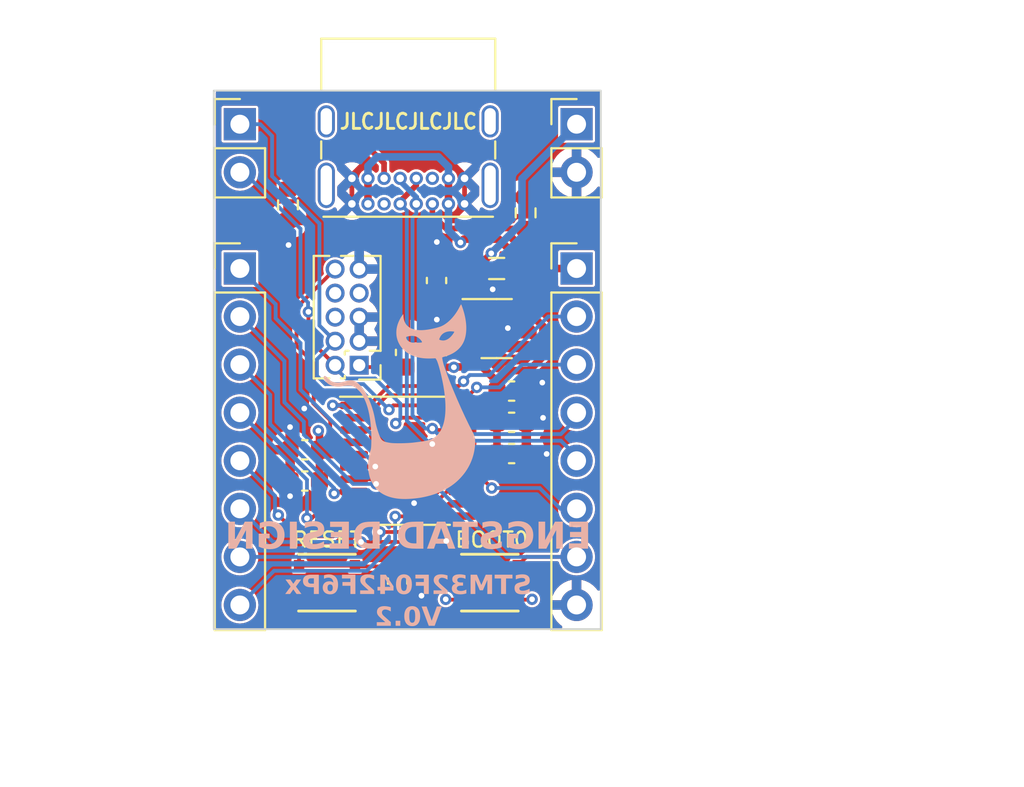
<source format=kicad_pcb>
(kicad_pcb (version 20221018) (generator pcbnew)
  (layers (0 "F.Cu" signal) (1 "In1.Cu" power) (2 "In2.Cu" power) (31 "B.Cu" signal) (34 "B.Paste" user) (35 "F.Paste" user) (36 "B.SilkS" user "B.Silkscreen") (37 "F.SilkS" user "F.Silkscreen") (38 "B.Mask" user) (39 "F.Mask" user) (44 "Edge.Cuts" user))
  (net 0 "")
  (net 1 "+3V3")
  (net 2 "GND")
  (net 3 "/~{RST}")
  (net 4 "VBUS")
  (net 5 "/USB_VBUS")
  (net 6 "/PA0")
  (net 7 "/PA1")
  (net 8 "/PA2")
  (net 9 "/PA3")
  (net 10 "/PA4")
  (net 11 "/PA5")
  (net 12 "/PA6")
  (net 13 "/PA7")
  (net 14 "/PF1")
  (net 15 "/PF0")
  (net 16 "/PB1")
  (net 17 "/PB8")
  (net 18 "/CC1")
  (net 19 "/USB_D+")
  (net 20 "/USB_D-")
  (net 22 "/CC2")
  (net 24 "unconnected-(J4-SHIELD-PadS1)")
  (net 26 "/SWDIO")
  (net 27 "/SWCLK")
  (footprint "Connector_PinHeader_2.54mm:PinHeader_1x02_P2.54mm_Vertical" (layer "F.Cu") (at 63.5 43.175)
    (fp_text reference "J5" hide)
    (fp_text value "SWD")
  )
  (footprint "Connector_PinHeader_2.54mm:PinHeader_1x08_P2.54mm_Vertical" (layer "F.Cu") (at 63.5 50.8)
    (fp_text reference "J1" hide)
    (fp_text value "LPINS")
  )
  (footprint "Capacitor_SMD:C_0603_1608Metric" (layer "F.Cu") (at 66.929 62.03 180)
    (fp_text reference "C5" hide)
    (fp_text value "10n")
  )
  (footprint "Package_TO_SOT_SMD:SOT-23-5" (layer "F.Cu") (at 77.06 53.975)
    (fp_text reference "U2" hide)
    (fp_text value "TLV75733PDBVR‎")
  )
  (footprint "Connector_USB:USB_C_Receptacle_GCT_USB4085" (layer "F.Cu") (at 75.365 47.385 180)
    (fp_text reference "J4" hide)
    (fp_text value "USB_C_Receptacle_USB2.0")
  )
  (footprint "Capacitor_SMD:C_0603_1608Metric" (layer "F.Cu") (at 72.25 55.235 90)
    (fp_text reference "C7" hide)
    (fp_text value "100n")
  )
  (footprint "Capacitor_SMD:C_0603_1608Metric" (layer "F.Cu") (at 73.885 55.245 90)
    (fp_text reference "C10" hide)
    (fp_text value "1u")
  )
  (footprint "Package_SO:TSSOP-20_4.4x6.5mm_P0.65mm" (layer "F.Cu") (at 72.39 60.96)
    (fp_text reference "U1" hide)
    (fp_text value "STM32F042F6Px")
  )
  (footprint "Capacitor_SMD:C_0603_1608Metric" (layer "F.Cu") (at 77.851 60.579)
    (fp_text reference "C3" hide)
    (fp_text value "100n")
  )
  (footprint "Capacitor_SMD:C_0603_1608Metric" (layer "F.Cu") (at 66.929 60.379 180)
    (fp_text reference "C4" hide)
    (fp_text value "1u")
  )
  (footprint "Engstad:tactile-switch-evpay-34x29mm" (layer "F.Cu") (at 76.7 67.4 180)
    (fp_text reference "SW2" hide)
    (fp_text value "BOOT0")
  )
  (footprint "Connector_PinHeader_2.54mm:PinHeader_1x02_P2.54mm_Vertical" (layer "F.Cu") (at 81.28 43.175)
    (fp_text reference "J3" hide)
    (fp_text value "BUS_PWR")
  )
  (footprint "Resistor_SMD:R_0603_1608Metric" (layer "F.Cu") (at 78.59 47.86 90)
    (fp_text reference "R2" hide)
    (fp_text value "5K1")
  )
  (footprint "Resistor_SMD:R_0603_1608Metric" (layer "F.Cu") (at 66.04 47.435 -90)
    (fp_text reference "R1" hide)
    (fp_text value "5K1")
  )
  (footprint "Connector_PinHeader_1.27mm:PinHeader_2x05_P1.27mm_Vertical" (layer "F.Cu") (at 69.8 55.91 180)
    (fp_text reference "P1" hide)
    (fp_text value "CORTEX-JTAG")
  )
  (footprint "Capacitor_SMD:C_0603_1608Metric" (layer "F.Cu") (at 73.885 51.435 90)
    (fp_text reference "C9" hide)
    (fp_text value "1u")
  )
  (footprint "Engstad:tactile-switch-evpay-34x29mm" (layer "F.Cu") (at 68.1 67.4 180)
    (fp_text reference "SW1" hide)
    (fp_text value "RST")
  )
  (footprint "Capacitor_SMD:C_0603_1608Metric" (layer "F.Cu") (at 77.851 58.928)
    (fp_text reference "C2" hide)
    (fp_text value "100n")
  )
  (footprint "Inductor_SMD:L_0805_2012Metric" (layer "F.Cu") (at 77.06 50.8 180)
    (fp_text reference "FB1" hide)
    (fp_text value "FerriteBead_Small")
  )
  (footprint "Capacitor_SMD:C_0603_1608Metric" (layer "F.Cu") (at 77.851 57.277)
    (fp_text reference "C1" hide)
    (fp_text value "4u7")
  )
  (footprint "Capacitor_SMD:C_0603_1608Metric" (layer "F.Cu") (at 71.83 67.32 -90)
    (fp_text reference "C6" hide)
    (fp_text value "100n")
  )
  (footprint "Connector_PinHeader_2.54mm:PinHeader_1x08_P2.54mm_Vertical" (layer "F.Cu") (at 81.28 50.8)
    (fp_text reference "J2" hide)
    (fp_text value "RPINS")
  )
  (gr_poly (pts (xy 75.186038 52.698281) (xy 75.186743 52.698435) (xy 75.187423 52.698679) (xy 75.188077 52.699012) (xy 75.188706 52.699435) (xy 75.18931 52.699946) (xy 75.190445 52.701236) (xy 75.191484 52.702879) (xy 75.205629 52.733833) (xy 75.224612 52.782833) (xy 75.246984 52.845599) (xy 75.271299 52.917853) (xy 75.296111 52.995316) (xy 75.319972 53.073709) (xy 75.341435 53.148754) (xy 75.359053 53.216171) (xy 75.381707 53.310778) (xy 75.401383 53.404669) (xy 75.418076 53.497708) (xy 75.431786 53.589757) (xy 75.442508 53.680679) (xy 75.450241 53.770338) (xy 75.454982 53.858597) (xy 75.456728 53.945318) (xy 75.455477 54.030365) (xy 75.451227 54.113601) (xy 75.443973 54.194889) (xy 75.433715 54.274091) (xy 75.420449 54.351071) (xy 75.404173 54.425692) (xy 75.384885 54.497818) (xy 75.362581 54.56731) (xy 75.332704 54.645) (xy 75.29803 54.719938) (xy 75.258637 54.79206) (xy 75.214607 54.8613) (xy 75.166019 54.927596) (xy 75.112953 54.990881) (xy 75.055489 55.051091) (xy 74.993708 55.108162) (xy 74.927689 55.162029) (xy 74.857513 55.212628) (xy 74.783259 55.259893) (xy 74.705009 55.303761) (xy 74.622841 55.344166) (xy 74.536836 55.381045) (xy 74.447075 55.414332) (xy 74.353637 55.443963) (xy 74.321917 55.453182) (xy 74.292038 55.462153) (xy 74.26468 55.470627) (xy 74.240527 55.478358) (xy 74.220259 55.485097) (xy 74.20456 55.490595) (xy 74.194111 55.494605) (xy 74.191069 55.495975) (xy 74.189595 55.496879) (xy 74.188146 55.499206) (xy 74.187099 55.502843) (xy 74.186163 55.513829) (xy 74.186696 55.529404) (xy 74.188602 55.549135) (xy 74.196168 55.599323) (xy 74.208115 55.660921) (xy 74.223701 55.730457) (xy 74.24218 55.804457) (xy 74.26281 55.87945) (xy 74.284845 55.951962) (xy 74.408244 56.307486) (xy 74.568583 56.728763) (xy 74.756661 57.194398) (xy 74.96328 57.682999) (xy 75.179243 58.173171) (xy 75.395351 58.643519) (xy 75.602404 59.072651) (xy 75.791206 59.439171) (xy 75.817626 59.489256) (xy 75.839189 59.532602) (xy 75.848388 59.552484) (xy 75.856659 59.571566) (xy 75.864098 59.590141) (xy 75.870801 59.608504) (xy 75.876863 59.62695) (xy 75.88238 59.645773) (xy 75.887448 59.665268) (xy 75.892161 59.685729) (xy 75.896616 59.707452) (xy 75.900908 59.730729) (xy 75.909386 59.783129) (xy 75.91484 59.825928) (xy 75.919281 59.868209) (xy 75.922688 59.909788) (xy 75.925041 59.950478) (xy 75.926319 59.990093) (xy 75.926502 60.028448) (xy 75.925568 60.065355) (xy 75.923497 60.100629) (xy 75.910764 60.230091) (xy 75.893067 60.357203) (xy 75.870404 60.481974) (xy 75.842772 60.604413) (xy 75.810169 60.724525) (xy 75.772592 60.842321) (xy 75.730039 60.957806) (xy 75.682506 61.070989) (xy 75.629992 61.181877) (xy 75.572494 61.290479) (xy 75.510009 61.396802) (xy 75.442535 61.500854) (xy 75.370068 61.602642) (xy 75.292607 61.702175) (xy 75.210149 61.79946) (xy 75.122692 61.894505) (xy 75.041174 61.976667) (xy 74.956059 62.05579) (xy 74.86739 62.131854) (xy 74.775206 62.204839) (xy 74.679549 62.274722) (xy 74.580461 62.341485) (xy 74.477984 62.405105) (xy 74.372157 62.465563) (xy 74.263023 62.522838) (xy 74.150624 62.576909) (xy 74.034999 62.627755) (xy 73.916192 62.675356) (xy 73.794242 62.719691) (xy 73.669192 62.760739) (xy 73.541083 62.79848) (xy 73.409956 62.832893) (xy 73.295882 62.860003) (xy 73.187265 62.883412) (xy 73.081294 62.903556) (xy 72.975157 62.920867) (xy 72.866044 62.935781) (xy 72.751143 62.948731) (xy 72.627643 62.960152) (xy 72.492733 62.970477) (xy 72.371918 62.977259) (xy 72.254225 62.980419) (xy 72.139677 62.979971) (xy 72.028297 62.97593) (xy 71.920106 62.968313) (xy 71.815128 62.957133) (xy 71.713383 62.942406) (xy 71.614896 62.924147) (xy 71.519687 62.902372) (xy 71.427779 62.877095) (xy 71.339195 62.848333) (xy 71.253956 62.816099) (xy 71.172086 62.780409) (xy 71.093606 62.741279) (xy 71.018538 62.698723) (xy 70.946905 62.652756) (xy 70.87873 62.603395) (xy 70.814034 62.550654) (xy 70.752839 62.494548) (xy 70.695169 62.435092) (xy 70.641045 62.372302) (xy 70.590489 62.306192) (xy 70.543525 62.236779) (xy 70.500173 62.164077) (xy 70.460457 62.0881) (xy 70.424399 62.008866) (xy 70.39202 61.926388) (xy 70.363344 61.840682) (xy 70.338393 61.751763) (xy 70.317188 61.659646) (xy 70.299753 61.564347) (xy 70.286109 61.46588) (xy 70.280068 61.405325) (xy 70.275815 61.342931) (xy 70.273319 61.279007) (xy 70.272549 61.213864) (xy 70.273474 61.147811) (xy 70.276063 61.081159) (xy 70.280285 61.014217) (xy 70.286109 60.947296) (xy 70.293503 60.880706) (xy 70.302438 60.814756) (xy 70.312882 60.749758) (xy 70.324804 60.68602) (xy 70.338173 60.623853) (xy 70.352957 60.563568) (xy 70.369127 60.505473) (xy 70.38665 60.449879) (xy 70.400358 60.406885) (xy 70.411317 60.366866) (xy 70.41992 60.326352) (xy 70.426558 60.281869) (xy 70.431626 60.229944) (xy 70.435515 60.167106) (xy 70.438619 60.089881) (xy 70.441331 59.994796) (xy 70.444435 59.773252) (xy 70.440697 59.549662) (xy 70.430386 59.326775) (xy 70.41377 59.107339) (xy 70.391119 58.894105) (xy 70.3627 58.689821) (xy 70.328783 58.497237) (xy 70.289636 58.319102) (xy 70.262861 58.214378) (xy 70.235176 58.11631) (xy 70.206169 58.023616) (xy 70.175424 57.935015) (xy 70.142531 57.849225) (xy 70.107074 57.764965) (xy 70.06864 57.680953) (xy 70.026817 57.595907) (xy 69.997389 57.539669) (xy 69.983649 57.514625) (xy 69.970317 57.491286) (xy 69.957213 57.469395) (xy 69.944155 57.448691) (xy 69.930963 57.428918) (xy 69.917456 57.409817) (xy 69.903452 57.391129) (xy 69.888772 57.372596) (xy 69.873234 57.35396) (xy 69.856657 57.334962) (xy 69.83886 57.315344) (xy 69.819663 57.294847) (xy 69.776345 57.250185) (xy 69.741844 57.215705) (xy 69.708948 57.184277) (xy 69.677401 57.155768) (xy 69.646947 57.130047) (xy 69.61733 57.106983) (xy 69.588294 57.086443) (xy 69.559584 57.068295) (xy 69.530944 57.052409) (xy 69.502117 57.038651) (xy 69.472849 57.026891) (xy 69.442883 57.016996) (xy 69.411964 57.008835) (xy 69.379835 57.002276) (xy 69.346242 56.997187) (xy 69.310927 56.993437) (xy 69.273636 56.990893) (xy 69.239647 56.990066) (xy 69.204128 56.990232) (xy 69.167534 56.991389) (xy 69.13032 56.993539) (xy 69.092941 56.996681) (xy 69.055851 57.000815) (xy 69.019505 57.005941) (xy 68.984358 57.01206) (xy 68.931079 57.021383) (xy 68.878436 57.028851) (xy 68.826484 57.034469) (xy 68.775283 57.038243) (xy 68.724887 57.040176) (xy 68.675354 57.040275) (xy 68.626741 57.038545) (xy 68.579105 57.03499) (xy 68.532502 57.029617) (xy 68.48699 57.02243) (xy 68.442625 57.013434) (xy 68.399464 57.002634) (xy 68.357564 56.990036) (xy 68.316981 56.975645) (xy 68.277774 56.959466) (xy 68.239997 56.941504) (xy 68.22092 56.931458) (xy 68.202079 56.920544) (xy 68.183514 56.908824) (xy 68.165266 56.89636) (xy 68.147375 56.883213) (xy 68.12988 56.869447) (xy 68.112822 56.855122) (xy 68.09624 56.840301) (xy 68.064668 56.809419) (xy 68.035483 56.777297) (xy 68.009005 56.744431) (xy 67.985556 56.711317) (xy 67.965456 56.678451) (xy 67.956762 56.662265) (xy 67.949025 56.646328) (xy 67.942285 56.630701) (xy 67.936583 56.615447) (xy 67.931958 56.600626) (xy 67.92845 56.586301) (xy 67.926101 56.572534) (xy 67.924949 56.559388) (xy 67.925034 56.546923) (xy 67.926397 56.535203) (xy 67.929078 56.524289) (xy 67.933117 56.514243) (xy 67.938553 56.505127) (xy 67.945428 56.497004) (xy 67.953406 56.489842) (xy 67.957448 56.486853) (xy 67.961544 56.484271) (xy 67.96571 56.482102) (xy 67.969961 56.480354) (xy 67.974312 56.479035) (xy 67.978776 56.478153) (xy 67.98337 56.477715) (xy 67.988108 56.477729) (xy 67.993005 56.478203) (xy 67.998076 56.479145) (xy 68.003335 56.480562) (xy 68.008798 56.482462) (xy 68.014479 56.484854) (xy 68.020393 56.487744) (xy 68.032981 56.495051) (xy 68.046679 56.504446) (xy 68.061608 56.51599) (xy 68.077885 56.529747) (xy 68.09563 56.545777) (xy 68.114961 56.564142) (xy 68.135998 56.584906) (xy 68.158858 56.60813) (xy 68.188153 56.637483) (xy 68.216023 56.664116) (xy 68.242741 56.688159) (xy 68.268578 56.709746) (xy 68.293805 56.729007) (xy 68.318694 56.746074) (xy 68.343515 56.76108) (xy 68.368541 56.774155) (xy 68.394042 56.785432) (xy 68.42029 56.795043) (xy 68.447555 56.803118) (xy 68.47611 56.809791) (xy 68.506226 56.815193) (xy 68.538174 56.819455) (xy 68.572225 56.822709) (xy 68.60865 56.825087) (xy 68.638131 56.826386) (xy 68.667148 56.826962) (xy 68.695854 56.826793) (xy 68.724405 56.825859) (xy 68.752957 56.82414) (xy 68.781663 56.821615) (xy 68.810679 56.818263) (xy 68.840161 56.814063) (xy 68.870262 56.808996) (xy 68.901139 56.803039) (xy 68.965838 56.788377) (xy 69.035497 56.769911) (xy 69.111358 56.747477) (xy 69.163115 56.732211) (xy 69.212706 56.720191) (xy 69.260365 56.711479) (xy 69.306323 56.706135) (xy 69.328738 56.704746) (xy 69.350814 56.704223) (xy 69.372582 56.704573) (xy 69.39407 56.705805) (xy 69.415307 56.707925) (xy 69.436323 56.710941) (xy 69.457147 56.714862) (xy 69.477806 56.719695) (xy 69.498332 56.725448) (xy 69.518752 56.732129) (xy 69.539096 56.739744) (xy 69.559393 56.748303) (xy 69.579672 56.757813) (xy 69.599962 56.768281) (xy 69.640691 56.792125) (xy 69.681812 56.819896) (xy 69.723559 56.851656) (xy 69.766164 56.887468) (xy 69.809859 56.927393) (xy 69.877635 56.996353) (xy 69.944527 57.074506) (xy 70.010273 57.161247) (xy 70.074607 57.255973) (xy 70.137267 57.358078) (xy 70.19799 57.466957) (xy 70.256511 57.582007) (xy 70.312567 57.702623) (xy 70.365894 57.828199) (xy 70.41623 57.958131) (xy 70.46331 58.091816) (xy 70.50687 58.228647) (xy 70.546648 58.368021) (xy 70.58238 58.509333) (xy 70.613802 58.651978) (xy 70.64065 58.795351) (xy 70.657404 58.888872) (xy 70.676121 58.980946) (xy 70.697112 59.072606) (xy 70.720687 59.164886) (xy 70.747155 59.25882) (xy 70.776828 59.355442) (xy 70.810014 59.455783) (xy 70.847025 59.56088) (xy 70.868991 59.621083) (xy 70.890295 59.674988) (xy 70.911517 59.723032) (xy 70.933235 59.765656) (xy 70.956028 59.803298) (xy 70.968008 59.820388) (xy 70.980474 59.836398) (xy 70.993499 59.851381) (xy 71.007153 59.865394) (xy 71.021511 59.878491) (xy 71.036643 59.890727) (xy 71.052623 59.902156) (xy 71.069523 59.912835) (xy 71.087415 59.922817) (xy 71.106372 59.932157) (xy 71.147768 59.949134) (xy 71.194291 59.964204) (xy 71.246518 59.977806) (xy 71.30503 59.99038) (xy 71.370404 60.002364) (xy 71.443219 60.014199) (xy 71.489491 60.020279) (xy 71.545504 60.025303) (xy 71.682061 60.032251) (xy 71.843505 60.03519) (xy 72.020452 60.034263) (xy 72.203518 60.029616) (xy 72.383317 60.021392) (xy 72.550467 60.009737) (xy 72.695581 59.994796) (xy 72.925475 59.965623) (xy 73.024495 59.952209) (xy 73.113926 59.939343) (xy 73.19454 59.92685) (xy 73.267112 59.914553) (xy 73.332412 59.902276) (xy 73.391214 59.889844) (xy 73.444291 59.877082) (xy 73.492414 59.863813) (xy 73.536357 59.849862) (xy 73.576891 59.835054) (xy 73.61479 59.819212) (xy 73.650827 59.80216) (xy 73.685772 59.783724) (xy 73.7204 59.763727) (xy 73.746103 59.747967) (xy 73.770991 59.731739) (xy 73.79512 59.714989) (xy 73.818544 59.697663) (xy 73.841317 59.679707) (xy 73.863492 59.661066) (xy 73.885125 59.641686) (xy 73.90627 59.621513) (xy 73.926981 59.600492) (xy 73.947312 59.57857) (xy 73.967317 59.555691) (xy 73.987051 59.531802) (xy 74.006568 59.506849) (xy 74.025922 59.480777) (xy 74.045168 59.453532) (xy 74.064359 59.42506) (xy 74.119982 59.332075) (xy 74.169769 59.231104) (xy 74.21371 59.122222) (xy 74.2518 59.005502) (xy 74.284029 58.881021) (xy 74.31039 58.748853) (xy 74.330876 58.609073) (xy 74.345479 58.461756) (xy 74.35419 58.306977) (xy 74.357002 58.144811) (xy 74.353908 57.975332) (xy 74.3449 57.798616) (xy 74.329969 57.614738) (xy 74.309109 57.423773) (xy 74.282311 57.225795) (xy 74.249567 57.020879) (xy 74.209566 56.807773) (xy 74.163715 56.589333) (xy 74.114103 56.373787) (xy 74.062815 56.169362) (xy 74.011942 55.984284) (xy 73.963569 55.826781) (xy 73.940973 55.760941) (xy 73.919785 55.70508) (xy 73.900267 55.660225) (xy 73.882678 55.627406) (xy 73.833289 55.546268) (xy 73.573998 55.555087) (xy 73.455605 55.556517) (xy 73.340568 55.55354) (xy 73.228937 55.546177) (xy 73.120761 55.534444) (xy 73.016088 55.51836) (xy 72.914968 55.497944) (xy 72.81745 55.473212) (xy 72.723582 55.444183) (xy 72.633415 55.410875) (xy 72.546997 55.373307) (xy 72.464377 55.331496) (xy 72.385605 55.285461) (xy 72.310729 55.235219) (xy 72.239798 55.180789) (xy 72.172862 55.122188) (xy 72.10997 55.059435) (xy 72.041536 54.980251) (xy 71.980458 54.897664) (xy 71.926775 54.81195) (xy 71.880526 54.723387) (xy 71.84175 54.63225) (xy 71.810484 54.538815) (xy 71.786768 54.443361) (xy 71.785544 54.435979) (xy 72.282499 54.435979) (xy 72.282803 54.445078) (xy 72.28409 54.455303) (xy 72.286293 54.466461) (xy 72.289349 54.478358) (xy 72.293194 54.490801) (xy 72.297761 54.503595) (xy 72.302988 54.516546) (xy 72.308809 54.529461) (xy 72.31516 54.542146) (xy 72.321975 54.554408) (xy 72.329191 54.566052) (xy 72.336743 54.576885) (xy 72.344567 54.586712) (xy 72.349289 54.592141) (xy 72.354812 54.597816) (xy 72.36107 54.603692) (xy 72.367993 54.609726) (xy 72.375517 54.615873) (xy 72.383572 54.62209) (xy 72.392093 54.628333) (xy 72.401011 54.634558) (xy 72.410261 54.640721) (xy 72.419773 54.646778) (xy 72.429483 54.652685) (xy 72.439321 54.658398) (xy 72.449221 54.663873) (xy 72.459116 54.669067) (xy 72.468939 54.673936) (xy 72.478622 54.678434) (xy 72.508467 54.691395) (xy 72.522515 54.696751) (xy 72.536472 54.70142) (xy 72.550709 54.705448) (xy 72.565594 54.708882) (xy 72.581497 54.711769) (xy 72.598787 54.714153) (xy 72.617835 54.716084) (xy 72.639009 54.717605) (xy 72.689214 54.719611) (xy 72.752359 54.720541) (xy 72.8314 54.720768) (xy 72.890473 54.720441) (xy 72.943159 54.719473) (xy 72.989189 54.717885) (xy 73.009624 54.716864) (xy 73.028294 54.715697) (xy 73.045166 54.714385) (xy 73.060206 54.71293) (xy 73.073381 54.711336) (xy 73.084656 54.709606) (xy 73.093999 54.707741) (xy 73.101375 54.705744) (xy 73.106752 54.703617) (xy 73.108679 54.702507) (xy 73.110094 54.701365) (xy 73.112449 54.69857) (xy 73.113406 54.697056) (xy 73.114215 54.69546) (xy 73.114874 54.693779) (xy 73.115381 54.692009) (xy 73.115736 54.690147) (xy 73.115938 54.688191) (xy 73.115874 54.68398) (xy 73.11518 54.679351) (xy 73.113845 54.674277) (xy 73.111859 54.668733) (xy 73.109211 54.662693) (xy 73.105892 54.656131) (xy 73.10189 54.649021) (xy 73.097197 54.641338) (xy 73.0918 54.633055) (xy 73.08569 54.624146) (xy 73.078857 54.614587) (xy 73.071289 54.604351) (xy 73.055733 54.584803) (xy 73.039522 54.565869) (xy 73.022707 54.547587) (xy 73.021281 54.546143) (xy 74.027317 54.546143) (xy 74.02775 54.549123) (xy 74.029023 54.552106) (xy 74.0311 54.555083) (xy 74.033942 54.558046) (xy 74.041769 54.563897) (xy 74.052204 54.569597) (xy 74.064944 54.575079) (xy 74.079686 54.58028) (xy 74.096128 54.585135) (xy 74.113968 54.589579) (xy 74.132903 54.593547) (xy 74.152632 54.596975) (xy 74.172852 54.599799) (xy 74.19326 54.601954) (xy 74.213555 54.603374) (xy 74.233434 54.603997) (xy 74.252594 54.603756) (xy 74.270734 54.602588) (xy 74.294154 54.599653) (xy 74.317449 54.595484) (xy 74.340621 54.590084) (xy 74.363669 54.58346) (xy 74.386592 54.575617) (xy 74.409392 54.566558) (xy 74.432068 54.556291) (xy 74.454619 54.54482) (xy 74.477047 54.53215) (xy 74.49935 54.518286) (xy 74.52153 54.503233) (xy 74.543585 54.486997) (xy 74.565517 54.469583) (xy 74.587324 54.450996) (xy 74.609008 54.431241) (xy 74.630567 54.410323) (xy 74.648266 54.39175) (xy 74.666165 54.371955) (xy 74.684048 54.351246) (xy 74.701701 54.329929) (xy 74.71891 54.308312) (xy 74.73546 54.286703) (xy 74.751136 54.265409) (xy 74.765725 54.244738) (xy 74.779011 54.224998) (xy 74.790781 54.206494) (xy 74.80082 54.189536) (xy 74.808913 54.174431) (xy 74.814846 54.161486) (xy 74.816935 54.155919) (xy 74.818404 54.151008) (xy 74.819226 54.14679) (xy 74.819374 54.143305) (xy 74.81882 54.14059) (xy 74.81754 54.138685) (xy 74.816289 54.137983) (xy 74.813905 54.137207) (xy 74.805991 54.13546) (xy 74.794316 54.133507) (xy 74.779395 54.131408) (xy 74.761746 54.129228) (xy 74.741885 54.127026) (xy 74.697595 54.122809) (xy 74.670322 54.121222) (xy 74.643414 54.120425) (xy 74.616883 54.120413) (xy 74.590742 54.12118) (xy 74.565004 54.122721) (xy 74.539682 54.12503) (xy 74.514789 54.128102) (xy 74.490338 54.131932) (xy 74.466341 54.136513) (xy 74.442812 54.141841) (xy 74.419764 54.14791) (xy 74.39721 54.154714) (xy 74.375161 54.162249) (xy 74.353633 54.170507) (xy 74.332636 54.179485) (xy 74.312185 54.189176) (xy 74.292291 54.199575) (xy 74.272969 54.210676) (xy 74.254231 54.222474) (xy 74.236089 54.234964) (xy 74.218558 54.24814) (xy 74.201649 54.261997) (xy 74.185375 54.276528) (xy 74.169751 54.291729) (xy 74.154787 54.307594) (xy 74.140498 54.324118) (xy 74.126897 54.341295) (xy 74.113995 54.359119) (xy 74.101807 54.377585) (xy 74.090345 54.396688) (xy 74.079621 54.416422) (xy 74.06965 54.436782) (xy 74.061247 54.455227) (xy 74.053362 54.473217) (xy 74.046179 54.490298) (xy 74.039885 54.506015) (xy 74.034665 54.519912) (xy 74.030707 54.531536) (xy 74.029258 54.536353) (xy 74.028195 54.540431) (xy 74.02754 54.543713) (xy 74.027317 54.546143) (xy 73.021281 54.546143) (xy 73.005336 54.529992) (xy 72.987459 54.513121) (xy 72.969125 54.497009) (xy 72.950382 54.481693) (xy 72.931281 54.467209) (xy 72.911869 54.453593) (xy 72.892196 54.440882) (xy 72.872311 54.429111) (xy 72.852264 54.418316) (xy 72.832103 54.408535) (xy 72.811877 54.399802) (xy 72.791636 54.392155) (xy 72.771428 54.385629) (xy 72.750802 54.380445) (xy 72.727799 54.37557) (xy 72.703184 54.37115) (xy 72.677721 54.367329) (xy 72.652176 54.364252) (xy 72.627313 54.362065) (xy 72.603897 54.36091) (xy 72.59297 54.360766) (xy 72.582692 54.360934) (xy 72.5639 54.361627) (xy 72.543483 54.362998) (xy 72.5218 54.364985) (xy 72.49921 54.367522) (xy 72.452746 54.373988) (xy 72.406965 54.381881) (xy 72.385227 54.386201) (xy 72.364738 54.390683) (xy 72.345856 54.395264) (xy 72.32894 54.399878) (xy 72.314349 54.404461) (xy 72.302444 54.408949) (xy 72.293581 54.413276) (xy 72.290404 54.41536) (xy 72.288122 54.417379) (xy 72.286457 54.419432) (xy 72.285094 54.421936) (xy 72.284024 54.424867) (xy 72.283241 54.4282) (xy 72.282735 54.431912) (xy 72.282499 54.435979) (xy 71.785544 54.435979) (xy 71.770641 54.346162) (xy 71.762142 54.247496) (xy 71.761309 54.147639) (xy 71.76818 54.046867) (xy 71.782796 53.945456) (xy 71.805194 53.843684) (xy 71.835413 53.741827) (xy 71.873492 53.640161) (xy 71.919469 53.538963) (xy 71.93632 53.504984) (xy 71.95472 53.469868) (xy 71.974071 53.434628) (xy 71.993774 53.400277) (xy 72.013228 53.367828) (xy 72.031835 53.338293) (xy 72.048995 53.312685) (xy 72.056845 53.301671) (xy 72.064109 53.292018) (xy 72.131136 53.203824) (xy 72.139956 53.344935) (xy 72.14481 53.395958) (xy 72.152086 53.445174) (xy 72.161766 53.492571) (xy 72.173831 53.538139) (xy 72.188265 53.581869) (xy 72.205049 53.623751) (xy 72.224165 53.663774) (xy 72.245596 53.701929) (xy 72.269324 53.738206) (xy 72.295332 53.772594) (xy 72.323601 53.805083) (xy 72.354113 53.835664) (xy 72.386852 53.864327) (xy 72.421798 53.891061) (xy 72.458936 53.915856) (xy 72.498246 53.938703) (xy 72.53971 53.959592) (xy 72.583312 53.978512) (xy 72.629034 53.995453) (xy 72.676857 54.010406) (xy 72.778736 54.034306) (xy 72.888809 54.050132) (xy 73.006933 54.057802) (xy 73.132966 54.057239) (xy 73.266767 54.04836) (xy 73.408192 54.031087) (xy 73.492879 54.0176) (xy 73.585628 54.000247) (xy 73.682594 53.979959) (xy 73.779931 53.957666) (xy 73.873797 53.934297) (xy 73.960344 53.910785) (xy 74.03573 53.888057) (xy 74.096109 53.867046) (xy 74.164818 53.83792) (xy 74.233861 53.802957) (xy 74.302992 53.762397) (xy 74.371964 53.716481) (xy 74.440534 53.66545) (xy 74.508456 53.609542) (xy 74.575483 53.548999) (xy 74.641371 53.484061) (xy 74.705874 53.414969) (xy 74.768747 53.341961) (xy 74.829743 53.26528) (xy 74.888619 53.185165) (xy 74.945127 53.101856) (xy 74.999024 53.015594) (xy 75.050062 52.926618) (xy 75.097998 52.835171) (xy 75.108233 52.815159) (xy 75.117786 52.796785) (xy 75.126678 52.780035) (xy 75.134929 52.764891) (xy 75.14256 52.751339) (xy 75.149591 52.739363) (xy 75.152888 52.733961) (xy 75.156044 52.728947) (xy 75.15906 52.72432) (xy 75.161938 52.720077) (xy 75.164683 52.716216) (xy 75.167295 52.712736) (xy 75.169779 52.709635) (xy 75.172136 52.70691) (xy 75.174369 52.70456) (xy 75.17648 52.702582) (xy 75.178473 52.700975) (xy 75.180349 52.699737) (xy 75.182112 52.698866) (xy 75.183763 52.69836) (xy 75.184548 52.698243) (xy 75.185306 52.698217)) (fill solid) (layer "B.SilkS"))
  (gr_rect (start 62.122 41.402) (end 82.558 69.858) (stroke (width 0.1)) (fill none) (layer "Edge.Cuts"))
  (gr_text "STM32F042F6Px\nV0.2" (at 72.39 69.85) (layer "B.SilkS") (effects (font (size 1 1) (thickness 0.24) bold) (justify bottom mirror)))
  (gr_text "ENGSTAD DESIGN" (at 72.39 65.024) (layer "B.SilkS") (effects (font (size 1.4 1.4) (thickness 0.28) bold) (justify mirror)))
  (gr_text "BOOT0" (at 74.8 65.6) (layer "F.SilkS") (effects (font (size 0.8 0.8) (thickness 0.125)) (justify left bottom)))
  (gr_text "JLCJLCJLCJLC" (at 68.7 43.5) (layer "F.SilkS") (effects (font (size 0.8 0.7)) (justify left bottom)))
  (gr_text "RESET\n" (at 66.2 65.6) (layer "F.SilkS") (effects (font (size 0.8 0.8) (thickness 0.125)) (justify left bottom)))
  (segment (start 78.91 68.3) (end 78.93 68.28) (width 0.2) (layer "F.Cu") (net 1))
  (segment (start 77.705 56.195) (end 78.765 56.195) (width 0.4) (layer "F.Cu") (net 1))
  (segment (start 78.175 68.3) (end 78.91 68.3) (width 0.2) (layer "F.Cu") (net 1))
  (segment (start 67.704 60.379) (end 67.704 62.03) (width 0.4) (layer "F.Cu") (net 1))
  (segment (start 78.1975 53.025) (end 78.1975 52.6725) (width 0.4) (layer "F.Cu") (net 1))
  (segment (start 75.225 68.3) (end 74.39 68.3) (width 0.2) (layer "F.Cu") (net 1))
  (segment (start 77.076 60.579) (end 77.076 58.928) (width 0.4) (layer "F.Cu") (net 1))
  (segment (start 80.07 50.8) (end 81.28 50.8) (width 0.4) (layer "F.Cu") (net 1))
  (segment (start 77.076 56.776) (end 76.3 56) (width 0.4) (layer "F.Cu") (net 1))
  (segment (start 78.679 53.025) (end 78.1975 53.025) (width 0.4) (layer "F.Cu") (net 1))
  (segment (start 74.39 68.3) (end 74.37 68.28) (width 0.2) (layer "F.Cu") (net 1))
  (segment (start 78.1975 52.6725) (end 80.07 50.8) (width 0.4) (layer "F.Cu") (net 1))
  (segment (start 77.076 58.928) (end 77.076 57.277) (width 0.4) (layer "F.Cu") (net 1))
  (segment (start 67.96 60.635) (end 67.704 60.379) (width 0.4) (layer "F.Cu") (net 1))
  (segment (start 69.81 55.8) (end 69.8 55.81) (width 0.2) (layer "F.Cu") (net 1))
  (segment (start 74.82 56) (end 74.8 56.02) (width 0.4) (layer "F.Cu") (net 1))
  (segment (start 77.076 57.277) (end 77.076 56.824) (width 0.4) (layer "F.Cu") (net 1))
  (segment (start 77.02 60.635) (end 77.076 60.579) (width 0.4) (layer "F.Cu") (net 1))
  (segment (start 78.765 56.195) (end 79.502 55.458) (width 0.4) (layer "F.Cu") (net 1))
  (segment (start 67.704 59.429) (end 67.645 59.37) (width 0.4) (layer "F.Cu") (net 1))
  (segment (start 69.5275 60.635) (end 67.96 60.635) (width 0.4) (layer "F.Cu") (net 1))
  (segment (start 79.502 55.458) (end 79.502 53.848) (width 0.4) (layer "F.Cu") (net 1))
  (segment (start 75.2525 60.635) (end 77.02 60.635) (width 0.4) (layer "F.Cu") (net 1))
  (segment (start 77.076 56.824) (end 77.705 56.195) (width 0.4) (layer "F.Cu") (net 1))
  (segment (start 76.3 56) (end 74.82 56) (width 0.4) (layer "F.Cu") (net 1))
  (segment (start 77.076 57.277) (end 77.076 56.776) (width 0.4) (layer "F.Cu") (net 1))
  (segment (start 75.225 68.3) (end 78.175 68.3) (width 0.2) (layer "F.Cu") (net 1))
  (segment (start 67.704 60.379) (end 67.704 59.429) (width 0.4) (layer "F.Cu") (net 1))
  (segment (start 79.502 53.848) (end 78.679 53.025) (width 0.4) (layer "F.Cu") (net 1))
  (segment (start 69.9 56.01) (end 69.8 55.91) (width 0.2) (layer "F.Cu") (net 1))
  (segment (start 73.885 56.02) (end 74.8 56.02) (width 0.4) (layer "F.Cu") (net 1))
  (segment (start 72.25 56.01) (end 69.9 56.01) (width 0.2) (layer "F.Cu") (net 1))
  (via (at 78.93 68.28) (size 0.6) (drill 0.3) (layers "F.Cu" "B.Cu") (net 1))
  (via (at 67.645 59.37) (size 0.6) (drill 0.3) (layers "F.Cu" "B.Cu") (net 1))
  (via (at 74.37 68.28) (size 0.6) (drill 0.3) (layers "F.Cu" "B.Cu") (net 1))
  (via (at 74.8 56.02) (size 0.6) (drill 0.3) (layers "F.Cu" "B.Cu") (net 1))
  (segment (start 69.575 68.3) (end 70.72 68.3) (width 0.2) (layer "F.Cu") (net 2))
  (segment (start 75.9225 53.975) (end 74.38 53.975) (width 0.4) (layer "F.Cu") (net 2))
  (segment (start 78.626 60.579) (end 79.679 60.579) (width 0.4) (layer "F.Cu") (net 2))
  (segment (start 66.04 48.26) (end 66.04 49.53) (width 0.2) (layer "F.Cu") (net 2))
  (segment (start 66.154 59.184) (end 66.15 59.18) (width 0.4) (layer "F.Cu") (net 2))
  (segment (start 74.38 53.975) (end 73.885 54.47) (width 0.4) (layer "F.Cu") (net 2))
  (segment (start 79.679 60.579) (end 79.7 60.6) (width 0.4) (layer "F.Cu") (net 2))
  (segment (start 76.423116 61.285) (end 75.2525 61.285) (width 0.4) (layer "F.Cu") (net 2))
  (segment (start 78.626 57.277) (end 79.023 57.277) (width 0.4) (layer "F.Cu") (net 2))
  (segment (start 66.154 60.379) (end 66.154 59.184) (width 0.4) (layer "F.Cu") (net 2))
  (segment (start 66.154 62.03) (end 66.154 62.826) (width 0.4) (layer "F.Cu") (net 2))
  (segment (start 76.423116 61.285) (end 76.573116 61.435) (width 0.4) (layer "F.Cu") (net 2))
  (segment (start 76.695782 61.454) (end 78.2714 61.454) (width 0.4) (layer "F.Cu") (net 2))
  (segment (start 76.573116 61.435) (end 76.676781 61.435) (width 0.4) (layer "F.Cu") (net 2))
  (segment (start 79.023 57.277) (end 79.47 56.83) (width 0.4) (layer "F.Cu") (net 2))
  (segment (start 69.415 46.035) (end 69.415 47.385) (width 0.25) (layer "F.Cu") (net 2))
  (segment (start 79.575 58.755) (end 79.51 58.69) (width 0.4) (layer "F.Cu") (net 2))
  (segment (start 76.676781 61.435) (end 76.695782 61.454) (width 0.4) (layer "F.Cu") (net 2))
  (segment (start 73.885 53.515) (end 73.9 53.5) (width 0.4) (layer "F.Cu") (net 2))
  (segment (start 66.154 62.826) (end 66.15 62.83) (width 0.4) (layer "F.Cu") (net 2))
  (segment (start 66.154 60.379) (end 66.154 62.03) (width 0.4) (layer "F.Cu") (net 2))
  (segment (start 66.04 49.53) (end 66.07 49.56) (width 0.2) (layer "F.Cu") (net 2))
  (segment (start 73.885 50.66) (end 73.885 49.415) (width 0.4) (layer "F.Cu") (net 2))
  (segment (start 78.2714 61.454) (end 78.626 61.0994) (width 0.4) (layer "F.Cu") (net 2))
  (segment (start 78.626 57.277) (end 78.626 58.928) (width 0.4) (layer "F.Cu") (net 2))
  (segment (start 73.085 68.095) (end 73.09 68.09) (width 0.2) (layer "F.Cu") (net 2))
  (segment (start 78.626 58.928) (end 79.272 58.928) (width 0.4) (layer "F.Cu") (net 2))
  (segment (start 71.83 68.095) (end 73.085 68.095) (width 0.2) (layer "F.Cu") (net 2))
  (segment (start 75.365 46.035) (end 75.365 47.385) (width 0.25) (layer "F.Cu") (net 2))
  (segment (start 78.626 61.0994) (end 78.626 60.579) (width 0.4) (layer "F.Cu") (net 2))
  (segment (start 71.83 68.095) (end 70.925 68.095) (width 0.2) (layer "F.Cu") (net 2))
  (segment (start 79.272 58.928) (end 79.51 58.69) (width 0.4) (layer "F.Cu") (net 2))
  (segment (start 70.925 68.095) (end 70.72 68.3) (width 0.2) (layer "F.Cu") (net 2))
  (segment (start 73.885 49.415) (end 73.9 49.4) (width 0.4) (layer "F.Cu") (net 2))
  (segment (start 73.885 54.47) (end 73.885 53.515) (width 0.4) (layer "F.Cu") (net 2))
  (segment (start 78.626 58.928) (end 78.626 60.579) (width 0.4) (layer "F.Cu") (net 2))
  (via (at 76.85 51.9) (size 0.6) (drill 0.3) (layers "F.Cu" "B.Cu") (net 2))
  (via (at 66.9 58.2) (size 0.6) (drill 0.3) (layers "F.Cu" "B.Cu") (net 2))
  (via (at 74.4 65.2) (size 0.6) (drill 0.3) (layers "F.Cu" "B.Cu") (net 2))
  (via (at 79.47 56.83) (size 0.6) (drill 0.3) (layers "F.Cu" "B.Cu") (net 2))
  (via (at 77.65 53.95) (size 0.6) (drill 0.3) (layers "F.Cu" "B.Cu") (net 2))
  (via (at 66.15 62.83) (size 0.6) (drill 0.3) (layers "F.Cu" "B.Cu") (net 2))
  (via (at 72.7 63.2) (size 0.6) (drill 0.3) (layers "F.Cu" "B.Cu") (net 2))
  (via (at 66.15 59.18) (size 0.6) (drill 0.3) (layers "F.Cu" "B.Cu") (net 2))
  (via (at 66.07 49.56) (size 0.6) (drill 0.3) (layers "F.Cu" "B.Cu") (net 2))
  (via (at 73.9 49.4) (size 0.6) (drill 0.3) (layers "F.Cu" "B.Cu") (net 2))
  (via (at 73.9 53.5) (size 0.6) (drill 0.3) (layers "F.Cu" "B.Cu") (net 2))
  (via (at 79.51 58.69) (size 0.6) (drill 0.3) (layers "F.Cu" "B.Cu") (net 2))
  (via (at 73.09 68.09) (size 0.6) (drill 0.3) (layers "F.Cu" "B.Cu") (net 2))
  (via (at 79.7 60.6) (size 0.6) (drill 0.3) (layers "F.Cu" "B.Cu") (net 2))
  (segment (start 77.525 57.85) (end 75.425 57.85) (width 0.4) (layer "B.Cu") (net 2))
  (segment (start 81.28 47.62) (end 81.28 45.715) (width 0.4) (layer "B.Cu") (net 2))
  (segment (start 76.025 51.225) (end 76.025 48.045) (width 0.4) (layer "B.Cu") (net 2))
  (segment (start 78.545 56.83) (end 77.525 57.85) (width 0.4) (layer "B.Cu") (net 2))
  (segment (start 73.9 53.5) (end 73.9 53.35) (width 0.4) (layer "B.Cu") (net 2))
  (segment (start 79.47 56.83) (end 78.545 56.83) (width 0.4) (layer "B.Cu") (net 2))
  (segment (start 73.9 56.325) (end 73.9 53.5) (width 0.4) (layer "B.Cu") (net 2))
  (segment (start 73.9 53.5) (end 73.9 49.4) (width 0.4) (layer "B.Cu") (net 2))
  (segment (start 76.025 48.045) (end 75.365 47.385) (width 0.4) (layer "B.Cu") (net 2))
  (segment (start 76.025 51.225) (end 77.675 51.225) (width 0.4) (layer "B.Cu") (net 2))
  (segment (start 75.425 57.85) (end 73.9 56.325) (width 0.4) (layer "B.Cu") (net 2))
  (segment (start 77.675 51.225) (end 81.28 47.62) (width 0.4) (layer "B.Cu") (net 2))
  (segment (start 73.9 53.35) (end 76.025 51.225) (width 0.4) (layer "B.Cu") (net 2))
  (segment (start 70.5612 63.3476) (end 70.5612 64.1888) (width 0.2) (layer "F.Cu") (net 3))
  (segment (start 67.375 57.925) (end 67.4 57.9) (width 0.2) (layer "F.Cu") (net 3))
  (segment (start 67.4 55.8) (end 66.5 54.9) (width 0.2) (layer "F.Cu") (net 3))
  (segment (start 66.49 52.87) (end 68.53 50.83) (width 0.2) (layer "F.Cu") (net 3))
  (segment (start 68.27 58.82) (end 67.375 57.925) (width 0.2) (layer "F.Cu") (net 3))
  (segment (start 66.5 54.9) (end 66.49 54.9) (width 0.2) (layer "F.Cu") (net 3))
  (segment (start 71.2216 62.6872) (end 70.5612 63.3476) (width 0.2) (layer "F.Cu") (net 3))
  (segment (start 70.0942 59.985) (end 71.2216 61.1124) (width 0.2) (layer "F.Cu") (net 3))
  (segment (start 69.5275 59.985) (end 70.0942 59.985) (width 0.2) (layer "F.Cu") (net 3))
  (segment (start 69.5275 59.985) (end 68.790001 59.985) (width 0.2) (layer "F.Cu") (net 3))
  (segment (start 71.83 66.545) (end 69.62 66.545) (width 0.2) (layer "F.Cu") (net 3))
  (segment (start 69.308 64.55) (end 68.578 65.28) (width 0.2) (layer "F.Cu") (net 3))
  (segment (start 69.62 66.545) (end 69.575 66.5) (width 0.2) (layer "F.Cu") (net 3))
  (segment (start 66.625 66.5) (end 69.575 66.5) (width 0.2) (layer "F.Cu") (net 3))
  (segment (start 66.49 54.9) (end 66.49 52.87) (width 0.2) (layer "F.Cu") (net 3))
  (segment (start 68.790001 59.985) (end 68.27 59.464999) (width 0.2) (layer "F.Cu") (net 3))
  (segment (start 67.27 65.28) (end 66.625 65.925) (width 0.2) (layer "F.Cu") (net 3))
  (segment (start 66.625 65.925) (end 66.625 66.5) (width 0.2) (layer "F.Cu") (net 3))
  (segment (start 70.5612 64.1888) (end 70.2 64.55) (width 0.2) (layer "F.Cu") (net 3))
  (segment (start 70.2 64.55) (end 69.308 64.55) (width 0.2) (layer "F.Cu") (net 3))
  (segment (start 67.4 57.9) (end 67.4 55.8) (width 0.2) (layer "F.Cu") (net 3))
  (segment (start 68.27 59.464999) (end 68.27 58.82) (width 0.2) (layer "F.Cu") (net 3))
  (segment (start 71.2216 61.1124) (end 71.2216 62.6872) (width 0.2) (layer "F.Cu") (net 3))
  (segment (start 68.578 65.28) (end 67.27 65.28) (width 0.2) (layer "F.Cu") (net 3))
  (segment (start 75.9975 50.8) (end 75.9 50.8) (width 0.4) (layer "F.Cu") (net 4))
  (segment (start 74.49 52.21) (end 73.885 52.21) (width 0.4) (layer "F.Cu") (net 4))
  (segment (start 75.9 50.8) (end 74.49 52.21) (width 0.4) (layer "F.Cu") (net 4))
  (segment (start 75.9225 53.025) (end 76.757182 53.025) (width 0.2) (layer "F.Cu") (net 4))
  (segment (start 76.775002 50.022498) (end 76.775002 50) (width 0.4) (layer "F.Cu") (net 4))
  (segment (start 76.985 53.252818) (end 76.985 54.575) (width 0.2) (layer "F.Cu") (net 4))
  (segment (start 74.625 53.025) (end 75.9225 53.025) (width 0.4) (layer "F.Cu") (net 4))
  (segment (start 76.757182 53.025) (end 76.985 53.252818) (width 0.2) (layer "F.Cu") (net 4))
  (segment (start 75.9975 50.8) (end 76.775002 50.022498) (width 0.4) (layer "F.Cu") (net 4))
  (segment (start 73.885 52.285) (end 74.625 53.025) (width 0.4) (layer "F.Cu") (net 4))
  (segment (start 73.885 52.21) (end 73.885 52.285) (width 0.4) (layer "F.Cu") (net 4))
  (segment (start 76.635 54.925) (end 75.9225 54.925) (width 0.2) (layer "F.Cu") (net 4))
  (segment (start 76.985 54.575) (end 76.635 54.925) (width 0.2) (layer "F.Cu") (net 4))
  (via (at 76.775002 50) (size 0.6) (drill 0.3) (layers "F.Cu" "B.Cu") (net 4))
  (segment (start 78.4 46.055) (end 78.4 48.375002) (width 0.4) (layer "B.Cu") (net 4))
  (segment (start 81.28 43.175) (end 78.4 46.055) (width 0.4) (layer "B.Cu") (net 4))
  (segment (start 78.4 48.375002) (end 76.775002 50) (width 0.4) (layer "B.Cu") (net 4))
  (segment (start 74.515 47.385) (end 74.515 46.035) (width 0.4) (layer "F.Cu") (net 5))
  (segment (start 77.172499 49.25) (end 75.325 49.25) (width 0.4) (layer "F.Cu") (net 5))
  (segment (start 70.265 46.035) (end 70.265 47.385) (width 0.4) (layer "F.Cu") (net 5))
  (segment (start 78.1225 50.8) (end 78.1225 50.200001) (width 0.4) (layer "F.Cu") (net 5))
  (segment (start 78.1225 50.200001) (end 77.172499 49.25) (width 0.4) (layer "F.Cu") (net 5))
  (segment (start 75.325 49.25) (end 75.15 49.425) (width 0.4) (layer "F.Cu") (net 5))
  (via (at 75.15 49.425) (size 0.6) (drill 0.3) (layers "F.Cu" "B.Cu") (net 5))
  (segment (start 70.265 46.035) (end 70.265 45.385) (width 0.4) (layer "B.Cu") (net 5))
  (segment (start 70.265 45.385) (end 70.75 44.9) (width 0.4) (layer "B.Cu") (net 5))
  (segment (start 74.515 48.79) (end 75.15 49.425) (width 0.4) (layer "B.Cu") (net 5))
  (segment (start 70.75 44.9) (end 73.98 44.9) (width 0.4) (layer "B.Cu") (net 5))
  (segment (start 74.515 47.385) (end 74.515 48.79) (width 0.4) (layer "B.Cu") (net 5))
  (segment (start 74.515 45.435) (end 74.515 46.035) (width 0.4) (layer "B.Cu") (net 5))
  (segment (start 73.98 44.9) (end 74.515 45.435) (width 0.4) (layer "B.Cu") (net 5))
  (segment (start 70.6298 61.285) (end 70.65 61.2648) (width 0.2) (layer "F.Cu") (net 6))
  (segment (start 69.5275 61.285) (end 70.6298 61.285) (width 0.2) (layer "F.Cu") (net 6))
  (via (at 70.65 61.2648) (size 0.6) (drill 0.3) (layers "F.Cu" "B.Cu") (net 6))
  (segment (start 63.5 50.8) (end 65.39 52.69) (width 0.2) (layer "B.Cu") (net 6))
  (segment (start 66.7 54.74) (end 66.7 57.2074) (width 0.2) (layer "B.Cu") (net 6))
  (segment (start 70.65 61.1574) (end 70.65 61.2648) (width 0.2) (layer "B.Cu") (net 6))
  (segment (start 66.7 57.2074) (end 70.65 61.1574) (width 0.2) (layer "B.Cu") (net 6))
  (segment (start 65.39 53.43) (end 66.7 54.74) (width 0.2) (layer "B.Cu") (net 6))
  (segment (start 65.39 52.69) (end 65.39 53.43) (width 0.2) (layer "B.Cu") (net 6))
  (segment (start 70.444 61.935) (end 70.692003 62.183003) (width 0.2) (layer "F.Cu") (net 7))
  (segment (start 69.5275 61.935) (end 70.444 61.935) (width 0.2) (layer "F.Cu") (net 7))
  (via (at 70.692003 62.183003) (size 0.6) (drill 0.3) (layers "F.Cu" "B.Cu") (net 7))
  (segment (start 66.88 58.9) (end 65.85 57.87) (width 0.2) (layer "B.Cu") (net 7))
  (segment (start 65.85 57.87) (end 65.85 55.69) (width 0.2) (layer "B.Cu") (net 7))
  (segment (start 70.692003 62.183003) (end 69.483003 62.183003) (width 0.2) (layer "B.Cu") (net 7))
  (segment (start 65.85 55.69) (end 63.5 53.34) (width 0.2) (layer "B.Cu") (net 7))
  (segment (start 66.88 59.58) (end 66.88 58.9) (width 0.2) (layer "B.Cu") (net 7))
  (segment (start 69.483003 62.183003) (end 66.88 59.58) (width 0.2) (layer "B.Cu") (net 7))
  (segment (start 69.5275 62.585) (end 68.5806 62.585) (width 0.2) (layer "F.Cu") (net 8))
  (segment (start 68.5806 62.585) (end 68.4784 62.6872) (width 0.2) (layer "F.Cu") (net 8))
  (via (at 68.4784 62.6872) (size 0.6) (drill 0.3) (layers "F.Cu" "B.Cu") (net 8))
  (segment (start 65.1 57.48) (end 65.1 59.0294) (width 0.2) (layer "B.Cu") (net 8))
  (segment (start 65.1 59.0294) (end 68.4784 62.4078) (width 0.2) (layer "B.Cu") (net 8))
  (segment (start 68.4784 62.4078) (end 68.4784 62.6872) (width 0.2) (layer "B.Cu") (net 8))
  (segment (start 63.5 55.88) (end 65.1 57.48) (width 0.2) (layer "B.Cu") (net 8))
  (segment (start 68.060686 63.235) (end 67.295686 64) (width 0.2) (layer "F.Cu") (net 9))
  (segment (start 67.295686 64) (end 67.04343 64) (width 0.2) (layer "F.Cu") (net 9))
  (segment (start 69.5275 63.235) (end 68.060686 63.235) (width 0.2) (layer "F.Cu") (net 9))
  (via (at 67.04343 64) (size 0.6) (drill 0.3) (layers "F.Cu" "B.Cu") (net 9))
  (segment (start 67.04343 61.96343) (end 67.04343 64) (width 0.2) (layer "B.Cu") (net 9))
  (segment (start 63.5 58.42) (end 67.04343 61.96343) (width 0.2) (layer "B.Cu") (net 9))
  (segment (start 68.901369 64.511131) (end 66.211131 64.511131) (width 0.2) (layer "F.Cu") (net 10))
  (segment (start 69.5275 63.885) (end 68.901369 64.511131) (width 0.2) (layer "F.Cu") (net 10))
  (segment (start 66.211131 64.511131) (end 65.53 63.83) (width 0.2) (layer "F.Cu") (net 10))
  (via (at 65.53 63.83) (size 0.6) (drill 0.3) (layers "F.Cu" "B.Cu") (net 10))
  (segment (start 65.3542 62.8142) (end 65.3542 63.6542) (width 0.2) (layer "B.Cu") (net 10))
  (segment (start 63.5 60.96) (end 65.3542 62.8142) (width 0.2) (layer "B.Cu") (net 10))
  (segment (start 65.3542 63.6542) (end 65.53 63.83) (width 0.2) (layer "B.Cu") (net 10))
  (segment (start 73.150001 65.25) (end 69.9 65.25) (width 0.2) (layer "F.Cu") (net 11))
  (segment (start 74.515001 63.885) (end 73.150001 65.25) (width 0.2) (layer "F.Cu") (net 11))
  (segment (start 75.2525 63.885) (end 74.515001 63.885) (width 0.2) (layer "F.Cu") (net 11))
  (via (at 69.9 65.25) (size 0.6) (drill 0.3) (layers "F.Cu" "B.Cu") (net 11))
  (segment (start 63.5 63.5) (end 65.25 65.25) (width 0.2) (layer "B.Cu") (net 11))
  (segment (start 65.25 65.25) (end 69.9 65.25) (width 0.2) (layer "B.Cu") (net 11))
  (segment (start 73.025001 64.725) (end 70.9 64.725) (width 0.2) (layer "F.Cu") (net 12))
  (segment (start 74.515001 63.235) (end 73.025001 64.725) (width 0.2) (layer "F.Cu") (net 12))
  (segment (start 75.2525 63.235) (end 74.515001 63.235) (width 0.2) (layer "F.Cu") (net 12))
  (via (at 70.9 64.725) (size 0.6) (drill 0.3) (layers "F.Cu" "B.Cu") (net 12))
  (segment (start 69.935 66.04) (end 70.9 65.075) (width 0.2) (layer "B.Cu") (net 12))
  (segment (start 70.9 65.075) (end 70.9 64.725) (width 0.2) (layer "B.Cu") (net 12))
  (segment (start 63.5 66.04) (end 69.935 66.04) (width 0.2) (layer "B.Cu") (net 12))
  (segment (start 73.125 63.9) (end 71.7 63.9) (width 0.2) (layer "F.Cu") (net 13))
  (segment (start 75.2525 62.585) (end 74.44 62.585) (width 0.2) (layer "F.Cu") (net 13))
  (segment (start 74.44 62.585) (end 73.125 63.9) (width 0.2) (layer "F.Cu") (net 13))
  (via (at 71.7 63.9) (size 0.6) (drill 0.3) (layers "F.Cu" "B.Cu") (net 13))
  (segment (start 70.2 66.775) (end 71.7 65.275) (width 0.2) (layer "B.Cu") (net 13))
  (segment (start 63.5 68.58) (end 65.305 66.775) (width 0.2) (layer "B.Cu") (net 13))
  (segment (start 65.305 66.775) (end 70.2 66.775) (width 0.2) (layer "B.Cu") (net 13))
  (segment (start 71.7 65.275) (end 71.7 63.9) (width 0.2) (layer "B.Cu") (net 13))
  (segment (start 69.5275 59.335) (end 70.264999 59.335) (width 0.2) (layer "F.Cu") (net 14))
  (segment (start 70.773907 58.011471) (end 71.285378 57.5) (width 0.2) (layer "F.Cu") (net 14))
  (segment (start 70.773907 58.826092) (end 70.773907 58.011471) (width 0.2) (layer "F.Cu") (net 14))
  (segment (start 70.264999 59.335) (end 70.773907 58.826092) (width 0.2) (layer "F.Cu") (net 14))
  (segment (start 71.285378 57.5) (end 75.59 57.5) (width 0.2) (layer "F.Cu") (net 14))
  (segment (start 75.59 57.5) (end 76.01 57.08) (width 0.2) (layer "F.Cu") (net 14))
  (via (at 76.01 57.08) (size 0.6) (drill 0.3) (layers "F.Cu" "B.Cu") (net 14))
  (segment (start 78.4 55.88) (end 77.2 57.08) (width 0.2) (layer "B.Cu") (net 14))
  (segment (start 77.2 57.08) (end 76.01 57.08) (width 0.2) (layer "B.Cu") (net 14))
  (segment (start 81.28 55.88) (end 78.4 55.88) (width 0.2) (layer "B.Cu") (net 14))
  (segment (start 71.351114 57.01) (end 75.059996 57.01) (width 0.2) (layer "F.Cu") (net 15))
  (segment (start 69.5275 58.685) (end 70.352207 58.685) (width 0.2) (layer "F.Cu") (net 15))
  (segment (start 70.473907 57.887207) (end 71.351114 57.01) (width 0.2) (layer "F.Cu") (net 15))
  (segment (start 70.473907 58.5633) (end 70.473907 57.887207) (width 0.2) (layer "F.Cu") (net 15))
  (segment (start 70.352207 58.685) (end 70.473907 58.5633) (width 0.2) (layer "F.Cu") (net 15))
  (segment (start 75.059996 57.01) (end 75.309996 56.76) (width 0.2) (layer "F.Cu") (net 15))
  (via (at 75.309996 56.76) (size 0.6) (drill 0.3) (layers "F.Cu" "B.Cu") (net 15))
  (segment (start 81.28 53.34) (end 79.78 53.34) (width 0.2) (layer "B.Cu") (net 15))
  (segment (start 79.78 53.34) (end 76.69 56.43) (width 0.2) (layer "B.Cu") (net 15))
  (segment (start 75.639996 56.43) (end 75.309996 56.76) (width 0.2) (layer "B.Cu") (net 15))
  (segment (start 76.69 56.43) (end 75.639996 56.43) (width 0.2) (layer "B.Cu") (net 15))
  (segment (start 76.335 61.935) (end 76.8 62.4) (width 0.2) (layer "F.Cu") (net 16))
  (segment (start 75.2525 61.935) (end 76.335 61.935) (width 0.2) (layer "F.Cu") (net 16))
  (via (at 76.8 62.4) (size 0.6) (drill 0.3) (layers "F.Cu" "B.Cu") (net 16))
  (segment (start 80.43 63.5) (end 79.33 62.4) (width 0.2) (layer "B.Cu") (net 16))
  (segment (start 79.33 62.4) (end 76.8 62.4) (width 0.2) (layer "B.Cu") (net 16))
  (segment (start 81.28 63.5) (end 80.43 63.5) (width 0.2) (layer "B.Cu") (net 16))
  (segment (start 68.405 58.035) (end 68.4 58.03) (width 0.25) (layer "F.Cu") (net 17))
  (segment (start 78.635 66.04) (end 78.175 66.5) (width 0.2) (layer "F.Cu") (net 17))
  (segment (start 69.5275 58.035) (end 68.405 58.035) (width 0.25) (layer "F.Cu") (net 17))
  (segment (start 78.175 66.5) (end 75.225 66.5) (width 0.2) (layer "F.Cu") (net 17))
  (segment (start 81.28 66.04) (end 78.635 66.04) (width 0.2) (layer "F.Cu") (net 17))
  (via (at 68.4 58.03) (size 0.6) (drill 0.3) (layers "F.Cu" "B.Cu") (net 17))
  (segment (start 71.8 60.3) (end 71.2 60.3) (width 0.2) (layer "B.Cu") (net 17))
  (segment (start 81.28 66.04) (end 77.592106 66.04) (width 0.2) (layer "B.Cu") (net 17))
  (segment (start 77.592106 66.04) (end 71.826053 60.273947) (width 0.2) (layer "B.Cu") (net 17))
  (segment (start 68.93 58.03) (end 68.4 58.03) (width 0.2) (layer "B.Cu") (net 17))
  (segment (start 71.826053 60.273947) (end 71.8 60.3) (width 0.2) (layer "B.Cu") (net 17))
  (segment (start 71.2 60.3) (end 68.93 58.03) (width 0.2) (layer "B.Cu") (net 17))
  (segment (start 73.665 47.965) (end 73.665 47.385) (width 0.3) (layer "F.Cu") (net 18))
  (segment (start 74.385 48.685) (end 73.665 47.965) (width 0.3) (layer "F.Cu") (net 18))
  (segment (start 78.59 48.685) (end 74.385 48.685) (width 0.3) (layer "F.Cu") (net 18))
  (segment (start 75.2525 59.335) (end 73.739881 59.335) (width 0.2) (layer "F.Cu") (net 19))
  (segment (start 73.739881 59.335) (end 73.663091 59.25821) (width 0.2) (layer "F.Cu") (net 19))
  (via (at 73.663091 59.25821) (size 0.6) (drill 0.3) (layers "F.Cu" "B.Cu") (net 19))
  (segment (start 73.30821 59.25821) (end 72.615 58.565) (width 0.2) (layer "B.Cu") (net 19))
  (segment (start 73.663091 59.25821) (end 73.954881 59.55) (width 0.2) (layer "B.Cu") (net 19))
  (segment (start 72.815 47.910001) (end 72.815 47.385) (width 0.2) (layer "B.Cu") (net 19))
  (segment (start 73.954881 59.55) (end 80.45 59.55) (width 0.2) (layer "B.Cu") (net 19))
  (segment (start 73.663091 59.25821) (end 73.30821 59.25821) (width 0.2) (layer "B.Cu") (net 19))
  (segment (start 80.45 59.55) (end 81.28 58.72) (width 0.2) (layer "B.Cu") (net 19))
  (segment (start 72.615 58.565) (end 72.615 48.110001) (width 0.2) (layer "B.Cu") (net 19))
  (segment (start 72.815 47.035) (end 71.965 46.185) (width 0.3) (layer "B.Cu") (net 19))
  (segment (start 71.965 46.185) (end 71.965 46.035) (width 0.3) (layer "B.Cu") (net 19))
  (segment (start 81.28 58.72) (end 81.28 58.42) (width 0.2) (layer "B.Cu") (net 19))
  (segment (start 72.815 47.385) (end 72.815 47.035) (width 0.3) (layer "B.Cu") (net 19))
  (segment (start 72.615 48.110001) (end 72.815 47.910001) (width 0.2) (layer "B.Cu") (net 19))
  (segment (start 75.2525 59.985) (end 73.75 59.985) (width 0.2) (layer "F.Cu") (net 20))
  (segment (start 71.965 47.251144) (end 71.965 47.385) (width 0.3) (layer "F.Cu") (net 20))
  (segment (start 72.815 46.401144) (end 71.965 47.251144) (width 0.3) (layer "F.Cu") (net 20))
  (segment (start 73.75 59.985) (end 73.66 60.075) (width 0.2) (layer "F.Cu") (net 20))
  (segment (start 72.815 46.035) (end 72.815 46.401144) (width 0.3) (layer "F.Cu") (net 20))
  (via (at 73.66 60.075) (size 0.6) (drill 0.3) (layers "F.Cu" "B.Cu") (net 20))
  (segment (start 73.835 59.9) (end 73.66 60.075) (width 0.2) (layer "B.Cu") (net 20))
  (segment (start 80.45 59.9) (end 73.835 59.9) (width 0.2) (layer "B.Cu") (net 20))
  (segment (start 72.314999 47.734999) (end 72.314999 58.839999) (width 0.2) (layer "B.Cu") (net 20))
  (segment (start 81.28 60.96) (end 81.28 60.73) (width 0.2) (layer "B.Cu") (net 20))
  (segment (start 71.965 47.385) (end 72.314999 47.734999) (width 0.2) (layer "B.Cu") (net 20))
  (segment (start 73.55 60.075) (end 73.66 60.075) (width 0.2) (layer "B.Cu") (net 20))
  (segment (start 81.28 60.73) (end 80.45 59.9) (width 0.2) (layer "B.Cu") (net 20))
  (segment (start 72.314999 58.839999) (end 73.55 60.075) (width 0.2) (layer "B.Cu") (net 20))
  (segment (start 67.075 44.3) (end 70.175 44.3) (width 0.3) (layer "F.Cu") (net 22))
  (segment (start 71.115 45.24) (end 71.115 46.035) (width 0.3) (layer "F.Cu") (net 22))
  (segment (start 70.175 44.3) (end 71.115 45.24) (width 0.3) (layer "F.Cu") (net 22))
  (segment (start 66.04 46.61) (end 66.04 45.335) (width 0.3) (layer "F.Cu") (net 22))
  (segment (start 66.04 45.335) (end 67.075 44.3) (width 0.3) (layer "F.Cu") (net 22))
  (segment (start 68.53 55.91) (end 67.12 54.5) (width 0.2) (layer "F.Cu") (net 26))
  (segment (start 75.2525 58.685) (end 72.035 58.685) (width 0.2) (layer "F.Cu") (net 26))
  (segment (start 67.12 54.5) (end 67.12 53.09) (width 0.2) (layer "F.Cu") (net 26))
  (segment (start 72.035 58.685) (end 71.73 58.99) (width 0.2) (layer "F.Cu") (net 26))
  (via (at 67.12 53.09) (size 0.6) (drill 0.3) (layers "F.Cu" "B.Cu") (net 26))
  (via (at 71.73 58.99) (size 0.6) (drill 0.3) (layers "F.Cu" "B.Cu") (net 26))
  (segment (start 68.53 56.04) (end 68.53 55.91) (width 0.2) (layer "B.Cu") (net 26))
  (segment (start 67.1 53.07) (end 67.12 53.09) (width 0.2) (layer "B.Cu") (net 26))
  (segment (start 69.1 56.61) (end 68.53 56.04) (width 0.2) (layer "B.Cu") (net 26))
  (segment (start 71.973907 58.746093) (end 71.973907 57.943907) (width 0.2) (layer "B.Cu") (net 26))
  (segment (start 71.973907 57.943907) (end 70.64 56.61) (width 0.2) (layer "B.Cu") (net 26))
  (segment (start 67.1 52.6) (end 67.1 53.07) (width 0.2) (layer "B.Cu") (net 26))
  (segment (start 63.5 45.715) (end 63.715 45.715) (width 0.2) (layer "B.Cu") (net 26))
  (segment (start 70.64 56.61) (end 69.1 56.61) (width 0.2) (layer "B.Cu") (net 26))
  (segment (start 66.7 52.2) (end 67.1 52.6) (width 0.2) (layer "B.Cu") (net 26))
  (segment (start 63.715 45.715) (end 66.7 48.7) (width 0.2) (layer "B.Cu") (net 26))
  (segment (start 66.7 48.7) (end 66.7 52.2) (width 0.2) (layer "B.Cu") (net 26))
  (segment (start 71.73 58.99) (end 71.973907 58.746093) (width 0.2) (layer "B.Cu") (net 26))
  (segment (start 75.2525 58.035) (end 71.598907 58.035) (width 0.2) (layer "F.Cu") (net 27))
  (segment (start 71.598907 58.035) (end 71.373907 58.26) (width 0.2) (layer "F.Cu") (net 27))
  (via (at 71.373907 58.26) (size 0.6) (drill 0.3) (layers "F.Cu" "B.Cu") (net 27))
  (segment (start 70.023907 56.91) (end 71.373907 58.26) (width 0.2) (layer "B.Cu") (net 27))
  (segment (start 67.57 55.6) (end 67.57 56.47) (width 0.2) (layer "B.Cu") (net 27))
  (segment (start 67.7 48.425) (end 65.2 45.925) (width 0.2) (layer "B.Cu") (net 27))
  (segment (start 68.53 54.64) (end 67.57 55.6) (width 0.2) (layer "B.Cu") (net 27))
  (segment (start 68.53 54.64) (end 67.7 53.81) (width 0.2) (layer "B.Cu") (net 27))
  (segment (start 65.2 43.8) (end 64.575 43.175) (width 0.2) (layer "B.Cu") (net 27))
  (segment (start 67.57 56.47) (end 68.01 56.91) (width 0.2) (layer "B.Cu") (net 27))
  (segment (start 64.575 43.175) (end 63.5 43.175) (width 0.2) (layer "B.Cu") (net 27))
  (segment (start 67.7 53.81) (end 67.7 48.425) (width 0.2) (layer "B.Cu") (net 27))
  (segment (start 65.2 45.925) (end 65.2 43.8) (width 0.2) (layer "B.Cu") (net 27))
  (segment (start 68.01 56.91) (end 70.023907 56.91) (width 0.2) (layer "B.Cu") (net 27))
  (zone (net 2) (net_name "GND") (layers "F&B.Cu") (priority 2) (connect_pads (clearance 0.127)) (min_thickness 0.2) (fill yes (thermal_gap 0.5) (thermal_bridge_width 0.5))
    (polygon (pts (xy 62.23 41.41) (xy 82.55 41.41) (xy 82.55 69.85) (xy 62.23 69.85)))
  )
)
</source>
